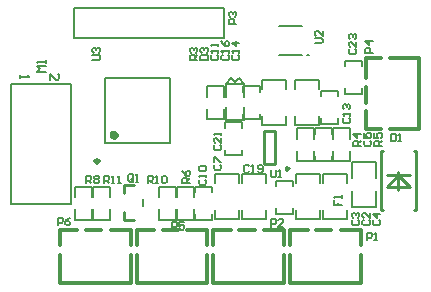
<source format=gto>
G04 Layer_Color=65535*
%FSLAX25Y25*%
%MOIN*%
G70*
G01*
G75*
%ADD22C,0.01000*%
%ADD23C,0.01200*%
%ADD35C,0.00984*%
%ADD36C,0.00800*%
%ADD37C,0.01181*%
%ADD38C,0.01575*%
%ADD39C,0.00787*%
D22*
X86032Y39228D02*
Y50252D01*
X89969Y39228D02*
Y50252D01*
X86032D02*
X89969D01*
X86032Y39228D02*
X89969D01*
X39654Y20752D02*
Y23350D01*
Y20752D02*
X42862D01*
X39654Y32248D02*
X42862D01*
X39654Y29650D02*
Y32248D01*
Y29650D02*
Y32248D01*
Y29650D02*
Y32248D01*
X125094Y23890D02*
X125882D01*
X125094Y43575D02*
X125882D01*
X136118Y23890D02*
X136906D01*
X136118Y43575D02*
X136906D01*
X125094Y23890D02*
Y43575D01*
X136906Y23890D02*
Y43575D01*
X127063Y31764D02*
X131000Y35701D01*
X127063Y31764D02*
X134937D01*
X131000Y35701D02*
X134937Y31764D01*
X127063Y35701D02*
X134937D01*
X131000Y30701D02*
Y36764D01*
D23*
X41732Y12205D02*
Y17323D01*
Y-394D02*
Y9055D01*
X35039Y17323D02*
X41732D01*
X18110Y12205D02*
Y17323D01*
Y-394D02*
Y9055D01*
Y17323D02*
X24016D01*
X18110Y-394D02*
X41732D01*
X26772Y17323D02*
X31890D01*
X52362D02*
X57480D01*
X43701Y-394D02*
X67323D01*
X43701Y17323D02*
X49606D01*
X43701Y-394D02*
Y9055D01*
Y12205D02*
Y17323D01*
X60630D02*
X67323D01*
Y-394D02*
Y9055D01*
Y12205D02*
Y17323D01*
X120079Y74803D02*
X125197D01*
X128347D02*
X137795D01*
X120079Y68110D02*
Y74803D01*
Y51181D02*
X125197D01*
X128347D02*
X137795D01*
X120079D02*
Y57087D01*
X137795Y51181D02*
Y74803D01*
X120079Y59842D02*
Y64961D01*
X77953Y17323D02*
X83071D01*
X69291Y-394D02*
X92913D01*
X69291Y17323D02*
X75197D01*
X69291Y-394D02*
Y9055D01*
Y12205D02*
Y17323D01*
X86221D02*
X92913D01*
Y-394D02*
Y9055D01*
Y12205D02*
Y17323D01*
X118504Y12205D02*
Y17323D01*
Y-394D02*
Y9055D01*
X111811Y17323D02*
X118504D01*
X94882Y12205D02*
Y17323D01*
Y-394D02*
Y9055D01*
Y17323D02*
X100787D01*
X94882Y-394D02*
X118504D01*
X103543Y17323D02*
X108661D01*
D35*
X94398Y37850D02*
X93660Y38277D01*
Y37424D01*
X94398Y37850D01*
D36*
X101299Y75776D02*
X100512D01*
X101299D01*
X72800Y61744D02*
Y65244D01*
X67200Y65244D02*
X72800D01*
X67200Y61744D02*
Y65244D01*
X72800Y54244D02*
Y57744D01*
X67200Y54244D02*
X72800D01*
X67200Y54244D02*
Y57744D01*
X34800Y28256D02*
Y31756D01*
X29200Y31756D02*
X34800D01*
X29200Y28256D02*
Y31756D01*
X34800Y20756D02*
Y24256D01*
X29200Y20756D02*
X34800D01*
X29200Y20756D02*
Y24256D01*
X51200Y20756D02*
Y24256D01*
X51200Y20756D02*
X56800D01*
Y20756D02*
Y24256D01*
X51200Y28256D02*
Y31756D01*
Y31756D02*
X56800D01*
X56800Y28256D02*
Y31756D01*
X28800Y28256D02*
Y31756D01*
X23200Y31756D02*
X28800D01*
X23200Y28256D02*
Y31756D01*
X28800Y20756D02*
Y24256D01*
X23200Y20756D02*
X28800D01*
X23200Y20756D02*
Y24256D01*
X57200Y20756D02*
Y24256D01*
X57200Y20756D02*
X62800D01*
Y20756D02*
Y24256D01*
X57200Y28256D02*
Y31756D01*
Y31756D02*
X62800D01*
X62800Y28256D02*
Y31756D01*
X70000Y33000D02*
Y36000D01*
X78000D01*
Y33000D02*
Y36000D01*
X70000Y21000D02*
Y24000D01*
Y21000D02*
X78000D01*
Y24000D01*
X63200Y20756D02*
X68800D01*
X63200D02*
Y22556D01*
X68800Y20756D02*
Y22556D01*
X63200Y29956D02*
Y31756D01*
X68800Y29956D02*
Y31756D01*
X63200D02*
X68800D01*
X79200Y54256D02*
X84800D01*
X79200D02*
Y56056D01*
X84800Y54256D02*
Y56056D01*
X79200Y63456D02*
Y65256D01*
X84800Y63456D02*
Y65256D01*
X79200D02*
X84800D01*
X79000Y33000D02*
Y36000D01*
X87000D01*
Y33000D02*
Y36000D01*
X79000Y21000D02*
Y24000D01*
Y21000D02*
X87000D01*
Y24000D01*
X73200Y53244D02*
X78800D01*
Y51444D02*
Y53244D01*
X73200Y51444D02*
Y53244D01*
X78800Y42244D02*
Y44044D01*
X73200Y42244D02*
Y44044D01*
Y42244D02*
X78800D01*
X103200Y51256D02*
X108800D01*
Y49456D02*
Y51256D01*
X103200Y49456D02*
Y51256D01*
X108800Y40256D02*
Y42056D01*
X103200Y40256D02*
Y42056D01*
Y40256D02*
X108800D01*
X113200Y62744D02*
X118800D01*
X113200D02*
Y64544D01*
X118800Y62744D02*
Y64544D01*
X113200Y71944D02*
Y73744D01*
X118800Y71944D02*
Y73744D01*
X113200D02*
X118800D01*
X93500Y52500D02*
Y55500D01*
X85500Y52500D02*
X93500D01*
X85500D02*
Y55500D01*
X93500Y64500D02*
Y67500D01*
X85500D02*
X93500D01*
X85500Y64500D02*
Y67500D01*
X96500Y64500D02*
Y67500D01*
X104500D01*
Y64500D02*
Y67500D01*
X96500Y52500D02*
Y55500D01*
Y52500D02*
X104500D01*
Y55500D01*
X105200Y63744D02*
X110800D01*
Y61944D02*
Y63744D01*
X105200Y61944D02*
Y63744D01*
X110800Y52744D02*
Y54544D01*
X105200Y52744D02*
Y54544D01*
Y52744D02*
X110800D01*
X114000Y21000D02*
Y24000D01*
X106000Y21000D02*
X114000D01*
X106000D02*
Y24000D01*
X114000Y33000D02*
Y36000D01*
X106000D02*
X114000D01*
X106000Y33000D02*
Y36000D01*
X90200Y33756D02*
X95800D01*
Y31956D02*
Y33756D01*
X90200Y31956D02*
Y33756D01*
X95800Y22756D02*
Y24556D01*
X90200Y22756D02*
Y24556D01*
Y22756D02*
X95800D01*
X97000Y33000D02*
Y36000D01*
X105000D01*
Y33000D02*
Y36000D01*
X97000Y21000D02*
Y24000D01*
Y21000D02*
X105000D01*
Y24000D01*
X114800Y47756D02*
Y51256D01*
X109200Y51256D02*
X114800D01*
X109200Y47756D02*
Y51256D01*
X114800Y40256D02*
Y43756D01*
X109200Y40256D02*
X114800D01*
X109200Y40256D02*
Y43756D01*
X115500Y25000D02*
Y30303D01*
Y25000D02*
X123500D01*
Y30303D01*
Y34697D02*
Y40000D01*
X115500D02*
X123500D01*
X115500Y34697D02*
Y40000D01*
X97200Y40256D02*
Y43756D01*
X97200Y40256D02*
X102800D01*
Y40256D02*
Y43756D01*
X97200Y47756D02*
Y51256D01*
Y51256D02*
X102800D01*
X102800Y47756D02*
Y51256D01*
X77000Y86000D02*
X74501D01*
Y87250D01*
X74917Y87666D01*
X75750D01*
X76167Y87250D01*
Y86000D01*
X74917Y88499D02*
X74501Y88916D01*
Y89749D01*
X74917Y90165D01*
X75334D01*
X75750Y89749D01*
Y89332D01*
Y89749D01*
X76167Y90165D01*
X76583D01*
X77000Y89749D01*
Y88916D01*
X76583Y88499D01*
X64000Y74000D02*
X61501D01*
Y75250D01*
X61917Y75666D01*
X62750D01*
X63167Y75250D01*
Y74000D01*
Y74833D02*
X64000Y75666D01*
X61917Y76499D02*
X61501Y76916D01*
Y77749D01*
X61917Y78165D01*
X62334D01*
X62750Y77749D01*
Y77332D01*
Y77749D01*
X63167Y78165D01*
X63583D01*
X64000Y77749D01*
Y76916D01*
X63583Y76499D01*
X33000Y33000D02*
Y35499D01*
X34250D01*
X34666Y35083D01*
Y34250D01*
X34250Y33833D01*
X33000D01*
X33833D02*
X34666Y33000D01*
X35499D02*
X36332D01*
X35916D01*
Y35499D01*
X35499Y35083D01*
X37582Y33000D02*
X38415D01*
X37998D01*
Y35499D01*
X37582Y35083D01*
X47500Y33000D02*
Y35499D01*
X48750D01*
X49166Y35083D01*
Y34250D01*
X48750Y33833D01*
X47500D01*
X48333D02*
X49166Y33000D01*
X49999D02*
X50832D01*
X50416D01*
Y35499D01*
X49999Y35083D01*
X52082D02*
X52498Y35499D01*
X53331D01*
X53748Y35083D01*
Y33417D01*
X53331Y33000D01*
X52498D01*
X52082Y33417D01*
Y35083D01*
X118500Y45500D02*
X116001D01*
Y46750D01*
X116417Y47166D01*
X117250D01*
X117667Y46750D01*
Y45500D01*
Y46333D02*
X118500Y47166D01*
Y49249D02*
X116001D01*
X117250Y47999D01*
Y49665D01*
X109551Y27216D02*
Y25550D01*
X110800D01*
Y26383D01*
Y25550D01*
X112050D01*
Y28049D02*
Y28882D01*
Y28466D01*
X109551D01*
X109967Y28049D01*
X103235Y79516D02*
X105318D01*
X105734Y79932D01*
Y80765D01*
X105318Y81182D01*
X103235D01*
X105734Y83681D02*
Y82015D01*
X104068Y83681D01*
X103652D01*
X103235Y83264D01*
Y82432D01*
X103652Y82015D01*
X88500Y37499D02*
Y35416D01*
X88916Y35000D01*
X89750D01*
X90166Y35416D01*
Y37499D01*
X90999Y35000D02*
X91832D01*
X91416D01*
Y37499D01*
X90999Y37083D01*
X27000Y33000D02*
Y35499D01*
X28250D01*
X28666Y35083D01*
Y34250D01*
X28250Y33833D01*
X27000D01*
X27833D02*
X28666Y33000D01*
X29499Y35083D02*
X29916Y35499D01*
X30749D01*
X31165Y35083D01*
Y34666D01*
X30749Y34250D01*
X31165Y33833D01*
Y33417D01*
X30749Y33000D01*
X29916D01*
X29499Y33417D01*
Y33833D01*
X29916Y34250D01*
X29499Y34666D01*
Y35083D01*
X29916Y34250D02*
X30749D01*
X61500Y33000D02*
X59001D01*
Y34250D01*
X59417Y34666D01*
X60250D01*
X60667Y34250D01*
Y33000D01*
Y33833D02*
X61500Y34666D01*
X59001Y37165D02*
X59417Y36332D01*
X60250Y35499D01*
X61084D01*
X61500Y35916D01*
Y36749D01*
X61084Y37165D01*
X60667D01*
X60250Y36749D01*
Y35499D01*
X125500Y45500D02*
X123001D01*
Y46750D01*
X123417Y47166D01*
X124250D01*
X124667Y46750D01*
Y45500D01*
Y46333D02*
X125500Y47166D01*
X123001Y49665D02*
Y47999D01*
X124250D01*
X123834Y48832D01*
Y49249D01*
X124250Y49665D01*
X125083D01*
X125500Y49249D01*
Y48416D01*
X125083Y47999D01*
X65001Y74000D02*
X67500D01*
Y75250D01*
X67084Y75666D01*
X65417D01*
X65001Y75250D01*
Y74000D01*
X65417Y76499D02*
X65001Y76916D01*
Y77749D01*
X65417Y78165D01*
X65834D01*
X66250Y77749D01*
Y77332D01*
Y77749D01*
X66667Y78165D01*
X67084D01*
X67500Y77749D01*
Y76916D01*
X67084Y76499D01*
X119417Y20666D02*
X119001Y20250D01*
Y19417D01*
X119417Y19000D01*
X121083D01*
X121500Y19417D01*
Y20250D01*
X121083Y20666D01*
X121500Y23165D02*
Y21499D01*
X119834Y23165D01*
X119417D01*
X119001Y22749D01*
Y21916D01*
X119417Y21499D01*
X115917Y20666D02*
X115501Y20250D01*
Y19417D01*
X115917Y19000D01*
X117584D01*
X118000Y19417D01*
Y20250D01*
X117584Y20666D01*
X115917Y21499D02*
X115501Y21916D01*
Y22749D01*
X115917Y23165D01*
X116334D01*
X116750Y22749D01*
Y22332D01*
Y22749D01*
X117167Y23165D01*
X117584D01*
X118000Y22749D01*
Y21916D01*
X117584Y21499D01*
X122917Y20666D02*
X122501Y20250D01*
Y19417D01*
X122917Y19000D01*
X124583D01*
X125000Y19417D01*
Y20250D01*
X124583Y20666D01*
X125000Y22749D02*
X122501D01*
X123750Y21499D01*
Y23165D01*
X69917Y39166D02*
X69501Y38750D01*
Y37916D01*
X69917Y37500D01*
X71583D01*
X72000Y37916D01*
Y38750D01*
X71583Y39166D01*
X69501Y39999D02*
Y41665D01*
X69917D01*
X71583Y39999D01*
X72000D01*
X64917Y34166D02*
X64501Y33750D01*
Y32917D01*
X64917Y32500D01*
X66584D01*
X67000Y32917D01*
Y33750D01*
X66584Y34166D01*
X67000Y34999D02*
Y35832D01*
Y35416D01*
X64501D01*
X64917Y34999D01*
Y37082D02*
X64501Y37498D01*
Y38331D01*
X64917Y38748D01*
X66584D01*
X67000Y38331D01*
Y37498D01*
X66584Y37082D01*
X64917D01*
X68917Y75666D02*
X68501Y75250D01*
Y74417D01*
X68917Y74000D01*
X70583D01*
X71000Y74417D01*
Y75250D01*
X70583Y75666D01*
X71000Y76499D02*
Y77332D01*
Y76916D01*
X68501D01*
X68917Y76499D01*
X71000Y78582D02*
Y79415D01*
Y78998D01*
X68501D01*
X68917Y78582D01*
X112917Y54666D02*
X112501Y54250D01*
Y53417D01*
X112917Y53000D01*
X114584D01*
X115000Y53417D01*
Y54250D01*
X114584Y54666D01*
X115000Y55499D02*
Y56332D01*
Y55916D01*
X112501D01*
X112917Y55499D01*
Y57582D02*
X112501Y57998D01*
Y58831D01*
X112917Y59248D01*
X113334D01*
X113750Y58831D01*
Y58415D01*
Y58831D01*
X114167Y59248D01*
X114584D01*
X115000Y58831D01*
Y57998D01*
X114584Y57582D01*
X75917Y75666D02*
X75501Y75250D01*
Y74417D01*
X75917Y74000D01*
X77583D01*
X78000Y74417D01*
Y75250D01*
X77583Y75666D01*
X78000Y76499D02*
Y77332D01*
Y76916D01*
X75501D01*
X75917Y76499D01*
X78000Y79831D02*
X75501D01*
X76750Y78582D01*
Y80248D01*
X72417Y75666D02*
X72001Y75250D01*
Y74417D01*
X72417Y74000D01*
X74084D01*
X74500Y74417D01*
Y75250D01*
X74084Y75666D01*
X74500Y76499D02*
Y77332D01*
Y76916D01*
X72001D01*
X72417Y76499D01*
X72001Y80248D02*
X72417Y79415D01*
X73250Y78582D01*
X74084D01*
X74500Y78998D01*
Y79831D01*
X74084Y80248D01*
X73667D01*
X73250Y79831D01*
Y78582D01*
X81166Y38583D02*
X80750Y38999D01*
X79917D01*
X79500Y38583D01*
Y36917D01*
X79917Y36500D01*
X80750D01*
X81166Y36917D01*
X81999Y36500D02*
X82832D01*
X82416D01*
Y38999D01*
X81999Y38583D01*
X84082Y36917D02*
X84498Y36500D01*
X85331D01*
X85748Y36917D01*
Y38583D01*
X85331Y38999D01*
X84498D01*
X84082Y38583D01*
Y38166D01*
X84498Y37750D01*
X85748D01*
X128500Y49499D02*
Y47000D01*
X129750D01*
X130166Y47416D01*
Y49083D01*
X129750Y49499D01*
X128500D01*
X130999Y47000D02*
X131832D01*
X131416D01*
Y49499D01*
X130999Y49083D01*
X120500Y14000D02*
Y16499D01*
X121750D01*
X122166Y16083D01*
Y15250D01*
X121750Y14833D01*
X120500D01*
X122999Y14000D02*
X123832D01*
X123416D01*
Y16499D01*
X122999Y16083D01*
X88500Y18500D02*
Y20999D01*
X89750D01*
X90166Y20583D01*
Y19750D01*
X89750Y19333D01*
X88500D01*
X92665Y18500D02*
X90999D01*
X92665Y20166D01*
Y20583D01*
X92249Y20999D01*
X91416D01*
X90999Y20583D01*
X122500Y76500D02*
X120001D01*
Y77750D01*
X120417Y78166D01*
X121250D01*
X121667Y77750D01*
Y76500D01*
X122500Y80249D02*
X120001D01*
X121250Y78999D01*
Y80665D01*
X55500Y17500D02*
Y19999D01*
X56750D01*
X57166Y19583D01*
Y18750D01*
X56750Y18333D01*
X55500D01*
X59665Y19999D02*
X57999D01*
Y18750D01*
X58832Y19166D01*
X59249D01*
X59665Y18750D01*
Y17917D01*
X59249Y17500D01*
X58416D01*
X57999Y17917D01*
X17500Y19000D02*
Y21499D01*
X18750D01*
X19166Y21083D01*
Y20250D01*
X18750Y19833D01*
X17500D01*
X21665Y21499D02*
X20832Y21083D01*
X19999Y20250D01*
Y19417D01*
X20416Y19000D01*
X21249D01*
X21665Y19417D01*
Y19833D01*
X21249Y20250D01*
X19999D01*
X69917Y45666D02*
X69501Y45250D01*
Y44416D01*
X69917Y44000D01*
X71583D01*
X72000Y44416D01*
Y45250D01*
X71583Y45666D01*
X72000Y48165D02*
Y46499D01*
X70334Y48165D01*
X69917D01*
X69501Y47749D01*
Y46916D01*
X69917Y46499D01*
X72000Y48998D02*
Y49831D01*
Y49415D01*
X69501D01*
X69917Y48998D01*
X114917Y77666D02*
X114501Y77250D01*
Y76416D01*
X114917Y76000D01*
X116584D01*
X117000Y76416D01*
Y77250D01*
X116584Y77666D01*
X117000Y80165D02*
Y78499D01*
X115334Y80165D01*
X114917D01*
X114501Y79749D01*
Y78916D01*
X114917Y78499D01*
Y80998D02*
X114501Y81415D01*
Y82248D01*
X114917Y82665D01*
X115334D01*
X115750Y82248D01*
Y81831D01*
Y82248D01*
X116167Y82665D01*
X116584D01*
X117000Y82248D01*
Y81415D01*
X116584Y80998D01*
X13500Y70000D02*
X10501D01*
X11501Y71000D01*
X10501Y71999D01*
X13500D01*
Y72999D02*
Y73999D01*
Y73499D01*
X10501D01*
X11001Y72999D01*
X119917Y47166D02*
X119501Y46750D01*
Y45917D01*
X119917Y45500D01*
X121583D01*
X122000Y45917D01*
Y46750D01*
X121583Y47166D01*
X119501Y49665D02*
Y47999D01*
X120750D01*
X120334Y48832D01*
Y49249D01*
X120750Y49665D01*
X121583D01*
X122000Y49249D01*
Y48416D01*
X121583Y47999D01*
X42666Y33917D02*
Y35583D01*
X42250Y35999D01*
X41416D01*
X41000Y35583D01*
Y33917D01*
X41416Y33500D01*
X42250D01*
X41833Y34333D02*
X42666Y33500D01*
X42250D02*
X42666Y33917D01*
X43499Y33500D02*
X44332D01*
X43916D01*
Y35999D01*
X43499Y35583D01*
X29001Y74000D02*
X31084D01*
X31500Y74417D01*
Y75250D01*
X31084Y75666D01*
X29001D01*
X29417Y76499D02*
X29001Y76916D01*
Y77749D01*
X29417Y78165D01*
X29834D01*
X30250Y77749D01*
Y77332D01*
Y77749D01*
X30667Y78165D01*
X31084D01*
X31500Y77749D01*
Y76916D01*
X31084Y76499D01*
X5000Y69000D02*
Y68000D01*
Y68500D01*
X7999D01*
X7499Y69000D01*
X15000Y67501D02*
Y69500D01*
X16999Y67501D01*
X17499D01*
X17999Y68001D01*
Y69000D01*
X17499Y69500D01*
D37*
X31055Y40224D02*
X30465Y40815D01*
X29874Y40224D01*
X30465Y39634D01*
X31055Y40224D01*
D38*
X36862Y49083D02*
X36318Y49832D01*
X35438Y49545D01*
Y48620D01*
X36318Y48334D01*
X36862Y49083D01*
D39*
X2000Y26000D02*
X22000D01*
X2000Y66000D02*
X22000D01*
Y26000D02*
Y66000D01*
X2000Y26000D02*
Y66000D01*
X73000Y81500D02*
Y91500D01*
X23000Y81500D02*
X73000D01*
X23000Y91500D02*
X73000D01*
X23000Y81500D02*
Y91500D01*
X45756Y25319D02*
Y27681D01*
X73390Y66043D02*
X75270Y67923D01*
X76500Y66693D01*
X77730Y67923D01*
X79610Y66043D01*
Y61575D02*
Y66043D01*
X73390Y53957D02*
X79610D01*
X73390Y66043D02*
X79610D01*
Y53957D02*
Y58425D01*
X73390Y61575D02*
Y66043D01*
Y53957D02*
Y58425D01*
X91063Y85224D02*
X98937D01*
X91063Y75776D02*
X98937D01*
X33220Y46228D02*
X54874D01*
X33220Y67882D02*
X54874D01*
X33220Y46228D02*
Y67882D01*
X54874Y46228D02*
Y67882D01*
M02*

</source>
